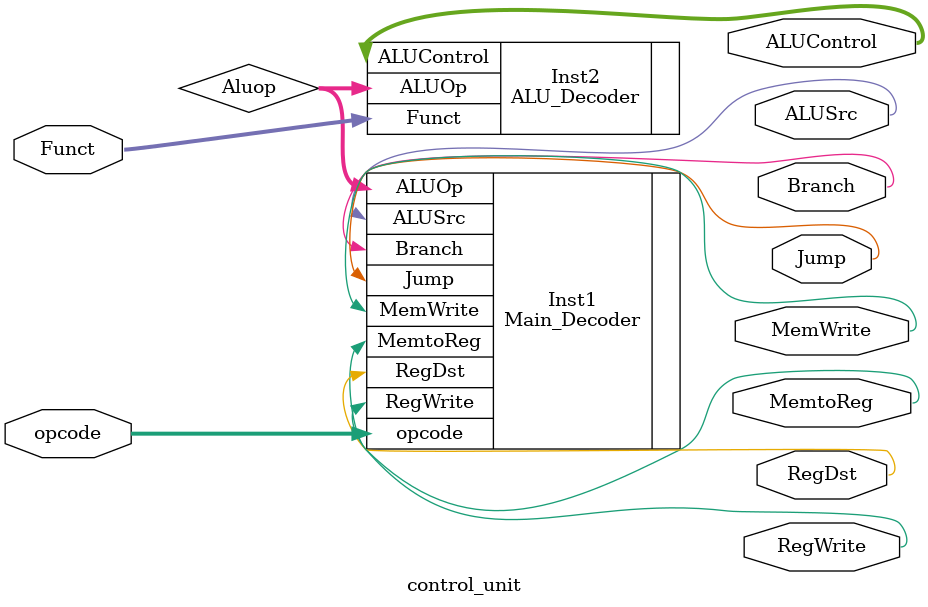
<source format=v>

/*
// Module: control_unit.v
// Description: Control unit verilog code //
// Owner : Mohamed Ayman
// Date :  July 2022
*/

module control_unit (
    output  wire             MemtoReg,MemWrite,ALUSrc,RegDst,RegWrite,Jump,Branch,
    output  wire    [2:0]    ALUControl,
    input   wire    [5:0]    Funct,
    input   wire    [5:0]    opcode
);



wire    [1:0]   Aluop;



Main_Decoder Inst1 (

    .MemtoReg (MemtoReg),
    .MemWrite (MemWrite),
    .Branch (Branch),
    .ALUSrc (ALUSrc),
    .RegDst (RegDst),
    .RegWrite (RegWrite),
    .Jump (Jump),
    .ALUOp (Aluop),
    .opcode (opcode)
);

ALU_Decoder Inst2 (

    .ALUOp (Aluop),
    .Funct (Funct),
    .ALUControl (ALUControl)
);


endmodule
</source>
